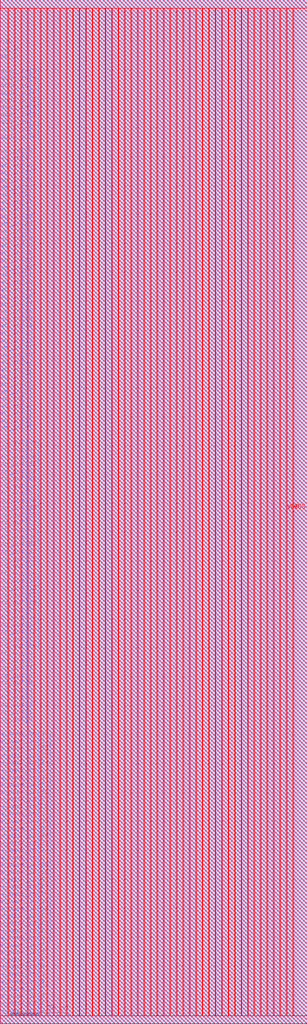
<source format=lef>
VERSION 5.7 ;
BUSBITCHARS "[]" ;
MACRO fakeram45_1024x39
  FOREIGN fakeram45_1024x39 0 0 ;
  SYMMETRY X Y R90 ;
  SIZE 106.210 BY 354.200 ;
  CLASS BLOCK ;
  PIN w_mask_in[0]
    DIRECTION INPUT ;
    USE SIGNAL ;
    SHAPE ABUTMENT ;
    PORT
      LAYER metal3 ;
      RECT 0.000 2.765 0.070 2.835 ;
    END
  END w_mask_in[0]
  PIN w_mask_in[1]
    DIRECTION INPUT ;
    USE SIGNAL ;
    SHAPE ABUTMENT ;
    PORT
      LAYER metal3 ;
      RECT 0.000 5.285 0.070 5.355 ;
    END
  END w_mask_in[1]
  PIN w_mask_in[2]
    DIRECTION INPUT ;
    USE SIGNAL ;
    SHAPE ABUTMENT ;
    PORT
      LAYER metal3 ;
      RECT 0.000 7.805 0.070 7.875 ;
    END
  END w_mask_in[2]
  PIN w_mask_in[3]
    DIRECTION INPUT ;
    USE SIGNAL ;
    SHAPE ABUTMENT ;
    PORT
      LAYER metal3 ;
      RECT 0.000 10.325 0.070 10.395 ;
    END
  END w_mask_in[3]
  PIN w_mask_in[4]
    DIRECTION INPUT ;
    USE SIGNAL ;
    SHAPE ABUTMENT ;
    PORT
      LAYER metal3 ;
      RECT 0.000 12.845 0.070 12.915 ;
    END
  END w_mask_in[4]
  PIN w_mask_in[5]
    DIRECTION INPUT ;
    USE SIGNAL ;
    SHAPE ABUTMENT ;
    PORT
      LAYER metal3 ;
      RECT 0.000 15.365 0.070 15.435 ;
    END
  END w_mask_in[5]
  PIN w_mask_in[6]
    DIRECTION INPUT ;
    USE SIGNAL ;
    SHAPE ABUTMENT ;
    PORT
      LAYER metal3 ;
      RECT 0.000 17.885 0.070 17.955 ;
    END
  END w_mask_in[6]
  PIN w_mask_in[7]
    DIRECTION INPUT ;
    USE SIGNAL ;
    SHAPE ABUTMENT ;
    PORT
      LAYER metal3 ;
      RECT 0.000 20.405 0.070 20.475 ;
    END
  END w_mask_in[7]
  PIN w_mask_in[8]
    DIRECTION INPUT ;
    USE SIGNAL ;
    SHAPE ABUTMENT ;
    PORT
      LAYER metal3 ;
      RECT 0.000 22.925 0.070 22.995 ;
    END
  END w_mask_in[8]
  PIN w_mask_in[9]
    DIRECTION INPUT ;
    USE SIGNAL ;
    SHAPE ABUTMENT ;
    PORT
      LAYER metal3 ;
      RECT 0.000 25.445 0.070 25.515 ;
    END
  END w_mask_in[9]
  PIN w_mask_in[10]
    DIRECTION INPUT ;
    USE SIGNAL ;
    SHAPE ABUTMENT ;
    PORT
      LAYER metal3 ;
      RECT 0.000 27.965 0.070 28.035 ;
    END
  END w_mask_in[10]
  PIN w_mask_in[11]
    DIRECTION INPUT ;
    USE SIGNAL ;
    SHAPE ABUTMENT ;
    PORT
      LAYER metal3 ;
      RECT 0.000 30.485 0.070 30.555 ;
    END
  END w_mask_in[11]
  PIN w_mask_in[12]
    DIRECTION INPUT ;
    USE SIGNAL ;
    SHAPE ABUTMENT ;
    PORT
      LAYER metal3 ;
      RECT 0.000 33.005 0.070 33.075 ;
    END
  END w_mask_in[12]
  PIN w_mask_in[13]
    DIRECTION INPUT ;
    USE SIGNAL ;
    SHAPE ABUTMENT ;
    PORT
      LAYER metal3 ;
      RECT 0.000 35.525 0.070 35.595 ;
    END
  END w_mask_in[13]
  PIN w_mask_in[14]
    DIRECTION INPUT ;
    USE SIGNAL ;
    SHAPE ABUTMENT ;
    PORT
      LAYER metal3 ;
      RECT 0.000 38.045 0.070 38.115 ;
    END
  END w_mask_in[14]
  PIN w_mask_in[15]
    DIRECTION INPUT ;
    USE SIGNAL ;
    SHAPE ABUTMENT ;
    PORT
      LAYER metal3 ;
      RECT 0.000 40.565 0.070 40.635 ;
    END
  END w_mask_in[15]
  PIN w_mask_in[16]
    DIRECTION INPUT ;
    USE SIGNAL ;
    SHAPE ABUTMENT ;
    PORT
      LAYER metal3 ;
      RECT 0.000 43.085 0.070 43.155 ;
    END
  END w_mask_in[16]
  PIN w_mask_in[17]
    DIRECTION INPUT ;
    USE SIGNAL ;
    SHAPE ABUTMENT ;
    PORT
      LAYER metal3 ;
      RECT 0.000 45.605 0.070 45.675 ;
    END
  END w_mask_in[17]
  PIN w_mask_in[18]
    DIRECTION INPUT ;
    USE SIGNAL ;
    SHAPE ABUTMENT ;
    PORT
      LAYER metal3 ;
      RECT 0.000 48.125 0.070 48.195 ;
    END
  END w_mask_in[18]
  PIN w_mask_in[19]
    DIRECTION INPUT ;
    USE SIGNAL ;
    SHAPE ABUTMENT ;
    PORT
      LAYER metal3 ;
      RECT 0.000 50.645 0.070 50.715 ;
    END
  END w_mask_in[19]
  PIN w_mask_in[20]
    DIRECTION INPUT ;
    USE SIGNAL ;
    SHAPE ABUTMENT ;
    PORT
      LAYER metal3 ;
      RECT 0.000 53.165 0.070 53.235 ;
    END
  END w_mask_in[20]
  PIN w_mask_in[21]
    DIRECTION INPUT ;
    USE SIGNAL ;
    SHAPE ABUTMENT ;
    PORT
      LAYER metal3 ;
      RECT 0.000 55.685 0.070 55.755 ;
    END
  END w_mask_in[21]
  PIN w_mask_in[22]
    DIRECTION INPUT ;
    USE SIGNAL ;
    SHAPE ABUTMENT ;
    PORT
      LAYER metal3 ;
      RECT 0.000 58.205 0.070 58.275 ;
    END
  END w_mask_in[22]
  PIN w_mask_in[23]
    DIRECTION INPUT ;
    USE SIGNAL ;
    SHAPE ABUTMENT ;
    PORT
      LAYER metal3 ;
      RECT 0.000 60.725 0.070 60.795 ;
    END
  END w_mask_in[23]
  PIN w_mask_in[24]
    DIRECTION INPUT ;
    USE SIGNAL ;
    SHAPE ABUTMENT ;
    PORT
      LAYER metal3 ;
      RECT 0.000 63.245 0.070 63.315 ;
    END
  END w_mask_in[24]
  PIN w_mask_in[25]
    DIRECTION INPUT ;
    USE SIGNAL ;
    SHAPE ABUTMENT ;
    PORT
      LAYER metal3 ;
      RECT 0.000 65.765 0.070 65.835 ;
    END
  END w_mask_in[25]
  PIN w_mask_in[26]
    DIRECTION INPUT ;
    USE SIGNAL ;
    SHAPE ABUTMENT ;
    PORT
      LAYER metal3 ;
      RECT 0.000 68.285 0.070 68.355 ;
    END
  END w_mask_in[26]
  PIN w_mask_in[27]
    DIRECTION INPUT ;
    USE SIGNAL ;
    SHAPE ABUTMENT ;
    PORT
      LAYER metal3 ;
      RECT 0.000 70.805 0.070 70.875 ;
    END
  END w_mask_in[27]
  PIN w_mask_in[28]
    DIRECTION INPUT ;
    USE SIGNAL ;
    SHAPE ABUTMENT ;
    PORT
      LAYER metal3 ;
      RECT 0.000 73.325 0.070 73.395 ;
    END
  END w_mask_in[28]
  PIN w_mask_in[29]
    DIRECTION INPUT ;
    USE SIGNAL ;
    SHAPE ABUTMENT ;
    PORT
      LAYER metal3 ;
      RECT 0.000 75.845 0.070 75.915 ;
    END
  END w_mask_in[29]
  PIN w_mask_in[30]
    DIRECTION INPUT ;
    USE SIGNAL ;
    SHAPE ABUTMENT ;
    PORT
      LAYER metal3 ;
      RECT 0.000 78.365 0.070 78.435 ;
    END
  END w_mask_in[30]
  PIN w_mask_in[31]
    DIRECTION INPUT ;
    USE SIGNAL ;
    SHAPE ABUTMENT ;
    PORT
      LAYER metal3 ;
      RECT 0.000 80.885 0.070 80.955 ;
    END
  END w_mask_in[31]
  PIN w_mask_in[32]
    DIRECTION INPUT ;
    USE SIGNAL ;
    SHAPE ABUTMENT ;
    PORT
      LAYER metal3 ;
      RECT 0.000 83.405 0.070 83.475 ;
    END
  END w_mask_in[32]
  PIN w_mask_in[33]
    DIRECTION INPUT ;
    USE SIGNAL ;
    SHAPE ABUTMENT ;
    PORT
      LAYER metal3 ;
      RECT 0.000 85.925 0.070 85.995 ;
    END
  END w_mask_in[33]
  PIN w_mask_in[34]
    DIRECTION INPUT ;
    USE SIGNAL ;
    SHAPE ABUTMENT ;
    PORT
      LAYER metal3 ;
      RECT 0.000 88.445 0.070 88.515 ;
    END
  END w_mask_in[34]
  PIN w_mask_in[35]
    DIRECTION INPUT ;
    USE SIGNAL ;
    SHAPE ABUTMENT ;
    PORT
      LAYER metal3 ;
      RECT 0.000 90.965 0.070 91.035 ;
    END
  END w_mask_in[35]
  PIN w_mask_in[36]
    DIRECTION INPUT ;
    USE SIGNAL ;
    SHAPE ABUTMENT ;
    PORT
      LAYER metal3 ;
      RECT 0.000 93.485 0.070 93.555 ;
    END
  END w_mask_in[36]
  PIN w_mask_in[37]
    DIRECTION INPUT ;
    USE SIGNAL ;
    SHAPE ABUTMENT ;
    PORT
      LAYER metal3 ;
      RECT 0.000 96.005 0.070 96.075 ;
    END
  END w_mask_in[37]
  PIN w_mask_in[38]
    DIRECTION INPUT ;
    USE SIGNAL ;
    SHAPE ABUTMENT ;
    PORT
      LAYER metal3 ;
      RECT 0.000 98.525 0.070 98.595 ;
    END
  END w_mask_in[38]
  PIN rd_out[0]
    DIRECTION OUTPUT ;
    USE SIGNAL ;
    SHAPE ABUTMENT ;
    PORT
      LAYER metal3 ;
      RECT 0.000 103.565 0.070 103.635 ;
    END
  END rd_out[0]
  PIN rd_out[1]
    DIRECTION OUTPUT ;
    USE SIGNAL ;
    SHAPE ABUTMENT ;
    PORT
      LAYER metal3 ;
      RECT 0.000 106.085 0.070 106.155 ;
    END
  END rd_out[1]
  PIN rd_out[2]
    DIRECTION OUTPUT ;
    USE SIGNAL ;
    SHAPE ABUTMENT ;
    PORT
      LAYER metal3 ;
      RECT 0.000 108.605 0.070 108.675 ;
    END
  END rd_out[2]
  PIN rd_out[3]
    DIRECTION OUTPUT ;
    USE SIGNAL ;
    SHAPE ABUTMENT ;
    PORT
      LAYER metal3 ;
      RECT 0.000 111.125 0.070 111.195 ;
    END
  END rd_out[3]
  PIN rd_out[4]
    DIRECTION OUTPUT ;
    USE SIGNAL ;
    SHAPE ABUTMENT ;
    PORT
      LAYER metal3 ;
      RECT 0.000 113.645 0.070 113.715 ;
    END
  END rd_out[4]
  PIN rd_out[5]
    DIRECTION OUTPUT ;
    USE SIGNAL ;
    SHAPE ABUTMENT ;
    PORT
      LAYER metal3 ;
      RECT 0.000 116.165 0.070 116.235 ;
    END
  END rd_out[5]
  PIN rd_out[6]
    DIRECTION OUTPUT ;
    USE SIGNAL ;
    SHAPE ABUTMENT ;
    PORT
      LAYER metal3 ;
      RECT 0.000 118.685 0.070 118.755 ;
    END
  END rd_out[6]
  PIN rd_out[7]
    DIRECTION OUTPUT ;
    USE SIGNAL ;
    SHAPE ABUTMENT ;
    PORT
      LAYER metal3 ;
      RECT 0.000 121.205 0.070 121.275 ;
    END
  END rd_out[7]
  PIN rd_out[8]
    DIRECTION OUTPUT ;
    USE SIGNAL ;
    SHAPE ABUTMENT ;
    PORT
      LAYER metal3 ;
      RECT 0.000 123.725 0.070 123.795 ;
    END
  END rd_out[8]
  PIN rd_out[9]
    DIRECTION OUTPUT ;
    USE SIGNAL ;
    SHAPE ABUTMENT ;
    PORT
      LAYER metal3 ;
      RECT 0.000 126.245 0.070 126.315 ;
    END
  END rd_out[9]
  PIN rd_out[10]
    DIRECTION OUTPUT ;
    USE SIGNAL ;
    SHAPE ABUTMENT ;
    PORT
      LAYER metal3 ;
      RECT 0.000 128.765 0.070 128.835 ;
    END
  END rd_out[10]
  PIN rd_out[11]
    DIRECTION OUTPUT ;
    USE SIGNAL ;
    SHAPE ABUTMENT ;
    PORT
      LAYER metal3 ;
      RECT 0.000 131.285 0.070 131.355 ;
    END
  END rd_out[11]
  PIN rd_out[12]
    DIRECTION OUTPUT ;
    USE SIGNAL ;
    SHAPE ABUTMENT ;
    PORT
      LAYER metal3 ;
      RECT 0.000 133.805 0.070 133.875 ;
    END
  END rd_out[12]
  PIN rd_out[13]
    DIRECTION OUTPUT ;
    USE SIGNAL ;
    SHAPE ABUTMENT ;
    PORT
      LAYER metal3 ;
      RECT 0.000 136.325 0.070 136.395 ;
    END
  END rd_out[13]
  PIN rd_out[14]
    DIRECTION OUTPUT ;
    USE SIGNAL ;
    SHAPE ABUTMENT ;
    PORT
      LAYER metal3 ;
      RECT 0.000 138.845 0.070 138.915 ;
    END
  END rd_out[14]
  PIN rd_out[15]
    DIRECTION OUTPUT ;
    USE SIGNAL ;
    SHAPE ABUTMENT ;
    PORT
      LAYER metal3 ;
      RECT 0.000 141.365 0.070 141.435 ;
    END
  END rd_out[15]
  PIN rd_out[16]
    DIRECTION OUTPUT ;
    USE SIGNAL ;
    SHAPE ABUTMENT ;
    PORT
      LAYER metal3 ;
      RECT 0.000 143.885 0.070 143.955 ;
    END
  END rd_out[16]
  PIN rd_out[17]
    DIRECTION OUTPUT ;
    USE SIGNAL ;
    SHAPE ABUTMENT ;
    PORT
      LAYER metal3 ;
      RECT 0.000 146.405 0.070 146.475 ;
    END
  END rd_out[17]
  PIN rd_out[18]
    DIRECTION OUTPUT ;
    USE SIGNAL ;
    SHAPE ABUTMENT ;
    PORT
      LAYER metal3 ;
      RECT 0.000 148.925 0.070 148.995 ;
    END
  END rd_out[18]
  PIN rd_out[19]
    DIRECTION OUTPUT ;
    USE SIGNAL ;
    SHAPE ABUTMENT ;
    PORT
      LAYER metal3 ;
      RECT 0.000 151.445 0.070 151.515 ;
    END
  END rd_out[19]
  PIN rd_out[20]
    DIRECTION OUTPUT ;
    USE SIGNAL ;
    SHAPE ABUTMENT ;
    PORT
      LAYER metal3 ;
      RECT 0.000 153.965 0.070 154.035 ;
    END
  END rd_out[20]
  PIN rd_out[21]
    DIRECTION OUTPUT ;
    USE SIGNAL ;
    SHAPE ABUTMENT ;
    PORT
      LAYER metal3 ;
      RECT 0.000 156.485 0.070 156.555 ;
    END
  END rd_out[21]
  PIN rd_out[22]
    DIRECTION OUTPUT ;
    USE SIGNAL ;
    SHAPE ABUTMENT ;
    PORT
      LAYER metal3 ;
      RECT 0.000 159.005 0.070 159.075 ;
    END
  END rd_out[22]
  PIN rd_out[23]
    DIRECTION OUTPUT ;
    USE SIGNAL ;
    SHAPE ABUTMENT ;
    PORT
      LAYER metal3 ;
      RECT 0.000 161.525 0.070 161.595 ;
    END
  END rd_out[23]
  PIN rd_out[24]
    DIRECTION OUTPUT ;
    USE SIGNAL ;
    SHAPE ABUTMENT ;
    PORT
      LAYER metal3 ;
      RECT 0.000 164.045 0.070 164.115 ;
    END
  END rd_out[24]
  PIN rd_out[25]
    DIRECTION OUTPUT ;
    USE SIGNAL ;
    SHAPE ABUTMENT ;
    PORT
      LAYER metal3 ;
      RECT 0.000 166.565 0.070 166.635 ;
    END
  END rd_out[25]
  PIN rd_out[26]
    DIRECTION OUTPUT ;
    USE SIGNAL ;
    SHAPE ABUTMENT ;
    PORT
      LAYER metal3 ;
      RECT 0.000 169.085 0.070 169.155 ;
    END
  END rd_out[26]
  PIN rd_out[27]
    DIRECTION OUTPUT ;
    USE SIGNAL ;
    SHAPE ABUTMENT ;
    PORT
      LAYER metal3 ;
      RECT 0.000 171.605 0.070 171.675 ;
    END
  END rd_out[27]
  PIN rd_out[28]
    DIRECTION OUTPUT ;
    USE SIGNAL ;
    SHAPE ABUTMENT ;
    PORT
      LAYER metal3 ;
      RECT 0.000 174.125 0.070 174.195 ;
    END
  END rd_out[28]
  PIN rd_out[29]
    DIRECTION OUTPUT ;
    USE SIGNAL ;
    SHAPE ABUTMENT ;
    PORT
      LAYER metal3 ;
      RECT 0.000 176.645 0.070 176.715 ;
    END
  END rd_out[29]
  PIN rd_out[30]
    DIRECTION OUTPUT ;
    USE SIGNAL ;
    SHAPE ABUTMENT ;
    PORT
      LAYER metal3 ;
      RECT 0.000 179.165 0.070 179.235 ;
    END
  END rd_out[30]
  PIN rd_out[31]
    DIRECTION OUTPUT ;
    USE SIGNAL ;
    SHAPE ABUTMENT ;
    PORT
      LAYER metal3 ;
      RECT 0.000 181.685 0.070 181.755 ;
    END
  END rd_out[31]
  PIN rd_out[32]
    DIRECTION OUTPUT ;
    USE SIGNAL ;
    SHAPE ABUTMENT ;
    PORT
      LAYER metal3 ;
      RECT 0.000 184.205 0.070 184.275 ;
    END
  END rd_out[32]
  PIN rd_out[33]
    DIRECTION OUTPUT ;
    USE SIGNAL ;
    SHAPE ABUTMENT ;
    PORT
      LAYER metal3 ;
      RECT 0.000 186.725 0.070 186.795 ;
    END
  END rd_out[33]
  PIN rd_out[34]
    DIRECTION OUTPUT ;
    USE SIGNAL ;
    SHAPE ABUTMENT ;
    PORT
      LAYER metal3 ;
      RECT 0.000 189.245 0.070 189.315 ;
    END
  END rd_out[34]
  PIN rd_out[35]
    DIRECTION OUTPUT ;
    USE SIGNAL ;
    SHAPE ABUTMENT ;
    PORT
      LAYER metal3 ;
      RECT 0.000 191.765 0.070 191.835 ;
    END
  END rd_out[35]
  PIN rd_out[36]
    DIRECTION OUTPUT ;
    USE SIGNAL ;
    SHAPE ABUTMENT ;
    PORT
      LAYER metal3 ;
      RECT 0.000 194.285 0.070 194.355 ;
    END
  END rd_out[36]
  PIN rd_out[37]
    DIRECTION OUTPUT ;
    USE SIGNAL ;
    SHAPE ABUTMENT ;
    PORT
      LAYER metal3 ;
      RECT 0.000 196.805 0.070 196.875 ;
    END
  END rd_out[37]
  PIN rd_out[38]
    DIRECTION OUTPUT ;
    USE SIGNAL ;
    SHAPE ABUTMENT ;
    PORT
      LAYER metal3 ;
      RECT 0.000 199.325 0.070 199.395 ;
    END
  END rd_out[38]
  PIN wd_in[0]
    DIRECTION INPUT ;
    USE SIGNAL ;
    SHAPE ABUTMENT ;
    PORT
      LAYER metal3 ;
      RECT 0.000 204.365 0.070 204.435 ;
    END
  END wd_in[0]
  PIN wd_in[1]
    DIRECTION INPUT ;
    USE SIGNAL ;
    SHAPE ABUTMENT ;
    PORT
      LAYER metal3 ;
      RECT 0.000 206.885 0.070 206.955 ;
    END
  END wd_in[1]
  PIN wd_in[2]
    DIRECTION INPUT ;
    USE SIGNAL ;
    SHAPE ABUTMENT ;
    PORT
      LAYER metal3 ;
      RECT 0.000 209.405 0.070 209.475 ;
    END
  END wd_in[2]
  PIN wd_in[3]
    DIRECTION INPUT ;
    USE SIGNAL ;
    SHAPE ABUTMENT ;
    PORT
      LAYER metal3 ;
      RECT 0.000 211.925 0.070 211.995 ;
    END
  END wd_in[3]
  PIN wd_in[4]
    DIRECTION INPUT ;
    USE SIGNAL ;
    SHAPE ABUTMENT ;
    PORT
      LAYER metal3 ;
      RECT 0.000 214.445 0.070 214.515 ;
    END
  END wd_in[4]
  PIN wd_in[5]
    DIRECTION INPUT ;
    USE SIGNAL ;
    SHAPE ABUTMENT ;
    PORT
      LAYER metal3 ;
      RECT 0.000 216.965 0.070 217.035 ;
    END
  END wd_in[5]
  PIN wd_in[6]
    DIRECTION INPUT ;
    USE SIGNAL ;
    SHAPE ABUTMENT ;
    PORT
      LAYER metal3 ;
      RECT 0.000 219.485 0.070 219.555 ;
    END
  END wd_in[6]
  PIN wd_in[7]
    DIRECTION INPUT ;
    USE SIGNAL ;
    SHAPE ABUTMENT ;
    PORT
      LAYER metal3 ;
      RECT 0.000 222.005 0.070 222.075 ;
    END
  END wd_in[7]
  PIN wd_in[8]
    DIRECTION INPUT ;
    USE SIGNAL ;
    SHAPE ABUTMENT ;
    PORT
      LAYER metal3 ;
      RECT 0.000 224.525 0.070 224.595 ;
    END
  END wd_in[8]
  PIN wd_in[9]
    DIRECTION INPUT ;
    USE SIGNAL ;
    SHAPE ABUTMENT ;
    PORT
      LAYER metal3 ;
      RECT 0.000 227.045 0.070 227.115 ;
    END
  END wd_in[9]
  PIN wd_in[10]
    DIRECTION INPUT ;
    USE SIGNAL ;
    SHAPE ABUTMENT ;
    PORT
      LAYER metal3 ;
      RECT 0.000 229.565 0.070 229.635 ;
    END
  END wd_in[10]
  PIN wd_in[11]
    DIRECTION INPUT ;
    USE SIGNAL ;
    SHAPE ABUTMENT ;
    PORT
      LAYER metal3 ;
      RECT 0.000 232.085 0.070 232.155 ;
    END
  END wd_in[11]
  PIN wd_in[12]
    DIRECTION INPUT ;
    USE SIGNAL ;
    SHAPE ABUTMENT ;
    PORT
      LAYER metal3 ;
      RECT 0.000 234.605 0.070 234.675 ;
    END
  END wd_in[12]
  PIN wd_in[13]
    DIRECTION INPUT ;
    USE SIGNAL ;
    SHAPE ABUTMENT ;
    PORT
      LAYER metal3 ;
      RECT 0.000 237.125 0.070 237.195 ;
    END
  END wd_in[13]
  PIN wd_in[14]
    DIRECTION INPUT ;
    USE SIGNAL ;
    SHAPE ABUTMENT ;
    PORT
      LAYER metal3 ;
      RECT 0.000 239.645 0.070 239.715 ;
    END
  END wd_in[14]
  PIN wd_in[15]
    DIRECTION INPUT ;
    USE SIGNAL ;
    SHAPE ABUTMENT ;
    PORT
      LAYER metal3 ;
      RECT 0.000 242.165 0.070 242.235 ;
    END
  END wd_in[15]
  PIN wd_in[16]
    DIRECTION INPUT ;
    USE SIGNAL ;
    SHAPE ABUTMENT ;
    PORT
      LAYER metal3 ;
      RECT 0.000 244.685 0.070 244.755 ;
    END
  END wd_in[16]
  PIN wd_in[17]
    DIRECTION INPUT ;
    USE SIGNAL ;
    SHAPE ABUTMENT ;
    PORT
      LAYER metal3 ;
      RECT 0.000 247.205 0.070 247.275 ;
    END
  END wd_in[17]
  PIN wd_in[18]
    DIRECTION INPUT ;
    USE SIGNAL ;
    SHAPE ABUTMENT ;
    PORT
      LAYER metal3 ;
      RECT 0.000 249.725 0.070 249.795 ;
    END
  END wd_in[18]
  PIN wd_in[19]
    DIRECTION INPUT ;
    USE SIGNAL ;
    SHAPE ABUTMENT ;
    PORT
      LAYER metal3 ;
      RECT 0.000 252.245 0.070 252.315 ;
    END
  END wd_in[19]
  PIN wd_in[20]
    DIRECTION INPUT ;
    USE SIGNAL ;
    SHAPE ABUTMENT ;
    PORT
      LAYER metal3 ;
      RECT 0.000 254.765 0.070 254.835 ;
    END
  END wd_in[20]
  PIN wd_in[21]
    DIRECTION INPUT ;
    USE SIGNAL ;
    SHAPE ABUTMENT ;
    PORT
      LAYER metal3 ;
      RECT 0.000 257.285 0.070 257.355 ;
    END
  END wd_in[21]
  PIN wd_in[22]
    DIRECTION INPUT ;
    USE SIGNAL ;
    SHAPE ABUTMENT ;
    PORT
      LAYER metal3 ;
      RECT 0.000 259.805 0.070 259.875 ;
    END
  END wd_in[22]
  PIN wd_in[23]
    DIRECTION INPUT ;
    USE SIGNAL ;
    SHAPE ABUTMENT ;
    PORT
      LAYER metal3 ;
      RECT 0.000 262.325 0.070 262.395 ;
    END
  END wd_in[23]
  PIN wd_in[24]
    DIRECTION INPUT ;
    USE SIGNAL ;
    SHAPE ABUTMENT ;
    PORT
      LAYER metal3 ;
      RECT 0.000 264.845 0.070 264.915 ;
    END
  END wd_in[24]
  PIN wd_in[25]
    DIRECTION INPUT ;
    USE SIGNAL ;
    SHAPE ABUTMENT ;
    PORT
      LAYER metal3 ;
      RECT 0.000 267.365 0.070 267.435 ;
    END
  END wd_in[25]
  PIN wd_in[26]
    DIRECTION INPUT ;
    USE SIGNAL ;
    SHAPE ABUTMENT ;
    PORT
      LAYER metal3 ;
      RECT 0.000 269.885 0.070 269.955 ;
    END
  END wd_in[26]
  PIN wd_in[27]
    DIRECTION INPUT ;
    USE SIGNAL ;
    SHAPE ABUTMENT ;
    PORT
      LAYER metal3 ;
      RECT 0.000 272.405 0.070 272.475 ;
    END
  END wd_in[27]
  PIN wd_in[28]
    DIRECTION INPUT ;
    USE SIGNAL ;
    SHAPE ABUTMENT ;
    PORT
      LAYER metal3 ;
      RECT 0.000 274.925 0.070 274.995 ;
    END
  END wd_in[28]
  PIN wd_in[29]
    DIRECTION INPUT ;
    USE SIGNAL ;
    SHAPE ABUTMENT ;
    PORT
      LAYER metal3 ;
      RECT 0.000 277.445 0.070 277.515 ;
    END
  END wd_in[29]
  PIN wd_in[30]
    DIRECTION INPUT ;
    USE SIGNAL ;
    SHAPE ABUTMENT ;
    PORT
      LAYER metal3 ;
      RECT 0.000 279.965 0.070 280.035 ;
    END
  END wd_in[30]
  PIN wd_in[31]
    DIRECTION INPUT ;
    USE SIGNAL ;
    SHAPE ABUTMENT ;
    PORT
      LAYER metal3 ;
      RECT 0.000 282.485 0.070 282.555 ;
    END
  END wd_in[31]
  PIN wd_in[32]
    DIRECTION INPUT ;
    USE SIGNAL ;
    SHAPE ABUTMENT ;
    PORT
      LAYER metal3 ;
      RECT 0.000 285.005 0.070 285.075 ;
    END
  END wd_in[32]
  PIN wd_in[33]
    DIRECTION INPUT ;
    USE SIGNAL ;
    SHAPE ABUTMENT ;
    PORT
      LAYER metal3 ;
      RECT 0.000 287.525 0.070 287.595 ;
    END
  END wd_in[33]
  PIN wd_in[34]
    DIRECTION INPUT ;
    USE SIGNAL ;
    SHAPE ABUTMENT ;
    PORT
      LAYER metal3 ;
      RECT 0.000 290.045 0.070 290.115 ;
    END
  END wd_in[34]
  PIN wd_in[35]
    DIRECTION INPUT ;
    USE SIGNAL ;
    SHAPE ABUTMENT ;
    PORT
      LAYER metal3 ;
      RECT 0.000 292.565 0.070 292.635 ;
    END
  END wd_in[35]
  PIN wd_in[36]
    DIRECTION INPUT ;
    USE SIGNAL ;
    SHAPE ABUTMENT ;
    PORT
      LAYER metal3 ;
      RECT 0.000 295.085 0.070 295.155 ;
    END
  END wd_in[36]
  PIN wd_in[37]
    DIRECTION INPUT ;
    USE SIGNAL ;
    SHAPE ABUTMENT ;
    PORT
      LAYER metal3 ;
      RECT 0.000 297.605 0.070 297.675 ;
    END
  END wd_in[37]
  PIN wd_in[38]
    DIRECTION INPUT ;
    USE SIGNAL ;
    SHAPE ABUTMENT ;
    PORT
      LAYER metal3 ;
      RECT 0.000 300.125 0.070 300.195 ;
    END
  END wd_in[38]
  PIN addr_in[0]
    DIRECTION INPUT ;
    USE SIGNAL ;
    SHAPE ABUTMENT ;
    PORT
      LAYER metal3 ;
      RECT 0.000 305.165 0.070 305.235 ;
    END
  END addr_in[0]
  PIN addr_in[1]
    DIRECTION INPUT ;
    USE SIGNAL ;
    SHAPE ABUTMENT ;
    PORT
      LAYER metal3 ;
      RECT 0.000 307.685 0.070 307.755 ;
    END
  END addr_in[1]
  PIN addr_in[2]
    DIRECTION INPUT ;
    USE SIGNAL ;
    SHAPE ABUTMENT ;
    PORT
      LAYER metal3 ;
      RECT 0.000 310.205 0.070 310.275 ;
    END
  END addr_in[2]
  PIN addr_in[3]
    DIRECTION INPUT ;
    USE SIGNAL ;
    SHAPE ABUTMENT ;
    PORT
      LAYER metal3 ;
      RECT 0.000 312.725 0.070 312.795 ;
    END
  END addr_in[3]
  PIN addr_in[4]
    DIRECTION INPUT ;
    USE SIGNAL ;
    SHAPE ABUTMENT ;
    PORT
      LAYER metal3 ;
      RECT 0.000 315.245 0.070 315.315 ;
    END
  END addr_in[4]
  PIN addr_in[5]
    DIRECTION INPUT ;
    USE SIGNAL ;
    SHAPE ABUTMENT ;
    PORT
      LAYER metal3 ;
      RECT 0.000 317.765 0.070 317.835 ;
    END
  END addr_in[5]
  PIN addr_in[6]
    DIRECTION INPUT ;
    USE SIGNAL ;
    SHAPE ABUTMENT ;
    PORT
      LAYER metal3 ;
      RECT 0.000 320.285 0.070 320.355 ;
    END
  END addr_in[6]
  PIN addr_in[7]
    DIRECTION INPUT ;
    USE SIGNAL ;
    SHAPE ABUTMENT ;
    PORT
      LAYER metal3 ;
      RECT 0.000 322.805 0.070 322.875 ;
    END
  END addr_in[7]
  PIN addr_in[8]
    DIRECTION INPUT ;
    USE SIGNAL ;
    SHAPE ABUTMENT ;
    PORT
      LAYER metal3 ;
      RECT 0.000 325.325 0.070 325.395 ;
    END
  END addr_in[8]
  PIN addr_in[9]
    DIRECTION INPUT ;
    USE SIGNAL ;
    SHAPE ABUTMENT ;
    PORT
      LAYER metal3 ;
      RECT 0.000 327.845 0.070 327.915 ;
    END
  END addr_in[9]
  PIN we_in
    DIRECTION INPUT ;
    USE SIGNAL ;
    SHAPE ABUTMENT ;
    PORT
      LAYER metal3 ;
      RECT 0.000 332.885 0.070 332.955 ;
    END
  END we_in
  PIN ce_in
    DIRECTION INPUT ;
    USE SIGNAL ;
    SHAPE ABUTMENT ;
    PORT
      LAYER metal3 ;
      RECT 0.000 335.405 0.070 335.475 ;
    END
  END ce_in
  PIN clk
    DIRECTION INPUT ;
    USE SIGNAL ;
    SHAPE ABUTMENT ;
    PORT
      LAYER metal3 ;
      RECT 0.000 337.925 0.070 337.995 ;
    END
  END clk
  PIN VSS
    DIRECTION INOUT ;
    USE GROUND ;
    PORT
      LAYER metal4 ;
      RECT 2.660 2.800 2.940 351.400 ;
      RECT 7.140 2.800 7.420 351.400 ;
      RECT 11.620 2.800 11.900 351.400 ;
      RECT 16.100 2.800 16.380 351.400 ;
      RECT 20.580 2.800 20.860 351.400 ;
      RECT 25.060 2.800 25.340 351.400 ;
      RECT 29.540 2.800 29.820 351.400 ;
      RECT 34.020 2.800 34.300 351.400 ;
      RECT 38.500 2.800 38.780 351.400 ;
      RECT 42.980 2.800 43.260 351.400 ;
      RECT 47.460 2.800 47.740 351.400 ;
      RECT 51.940 2.800 52.220 351.400 ;
      RECT 56.420 2.800 56.700 351.400 ;
      RECT 60.900 2.800 61.180 351.400 ;
      RECT 65.380 2.800 65.660 351.400 ;
      RECT 69.860 2.800 70.140 351.400 ;
      RECT 74.340 2.800 74.620 351.400 ;
      RECT 78.820 2.800 79.100 351.400 ;
      RECT 83.300 2.800 83.580 351.400 ;
      RECT 87.780 2.800 88.060 351.400 ;
      RECT 92.260 2.800 92.540 351.400 ;
      RECT 96.740 2.800 97.020 351.400 ;
      RECT 101.220 2.800 101.500 351.400 ;
    END
  END VSS
  PIN VDD
    DIRECTION INOUT ;
    USE POWER ;
    PORT
      LAYER metal4 ;
      RECT 4.900 2.800 5.180 351.400 ;
      RECT 9.380 2.800 9.660 351.400 ;
      RECT 13.860 2.800 14.140 351.400 ;
      RECT 18.340 2.800 18.620 351.400 ;
      RECT 22.820 2.800 23.100 351.400 ;
      RECT 27.300 2.800 27.580 351.400 ;
      RECT 31.780 2.800 32.060 351.400 ;
      RECT 36.260 2.800 36.540 351.400 ;
      RECT 40.740 2.800 41.020 351.400 ;
      RECT 45.220 2.800 45.500 351.400 ;
      RECT 49.700 2.800 49.980 351.400 ;
      RECT 54.180 2.800 54.460 351.400 ;
      RECT 58.660 2.800 58.940 351.400 ;
      RECT 63.140 2.800 63.420 351.400 ;
      RECT 67.620 2.800 67.900 351.400 ;
      RECT 72.100 2.800 72.380 351.400 ;
      RECT 76.580 2.800 76.860 351.400 ;
      RECT 81.060 2.800 81.340 351.400 ;
      RECT 85.540 2.800 85.820 351.400 ;
      RECT 90.020 2.800 90.300 351.400 ;
      RECT 94.500 2.800 94.780 351.400 ;
      RECT 98.980 2.800 99.260 351.400 ;
    END
  END VDD
  OBS
    LAYER metal1 ;
    RECT 0 0 106.210 354.200 ;
    LAYER metal2 ;
    RECT 0 0 106.210 354.200 ;
    LAYER metal3 ;
    RECT 0.070 0 106.210 354.200 ;
    RECT 0 0.000 0.070 2.765 ;
    RECT 0 2.835 0.070 5.285 ;
    RECT 0 5.355 0.070 7.805 ;
    RECT 0 7.875 0.070 10.325 ;
    RECT 0 10.395 0.070 12.845 ;
    RECT 0 12.915 0.070 15.365 ;
    RECT 0 15.435 0.070 17.885 ;
    RECT 0 17.955 0.070 20.405 ;
    RECT 0 20.475 0.070 22.925 ;
    RECT 0 22.995 0.070 25.445 ;
    RECT 0 25.515 0.070 27.965 ;
    RECT 0 28.035 0.070 30.485 ;
    RECT 0 30.555 0.070 33.005 ;
    RECT 0 33.075 0.070 35.525 ;
    RECT 0 35.595 0.070 38.045 ;
    RECT 0 38.115 0.070 40.565 ;
    RECT 0 40.635 0.070 43.085 ;
    RECT 0 43.155 0.070 45.605 ;
    RECT 0 45.675 0.070 48.125 ;
    RECT 0 48.195 0.070 50.645 ;
    RECT 0 50.715 0.070 53.165 ;
    RECT 0 53.235 0.070 55.685 ;
    RECT 0 55.755 0.070 58.205 ;
    RECT 0 58.275 0.070 60.725 ;
    RECT 0 60.795 0.070 63.245 ;
    RECT 0 63.315 0.070 65.765 ;
    RECT 0 65.835 0.070 68.285 ;
    RECT 0 68.355 0.070 70.805 ;
    RECT 0 70.875 0.070 73.325 ;
    RECT 0 73.395 0.070 75.845 ;
    RECT 0 75.915 0.070 78.365 ;
    RECT 0 78.435 0.070 80.885 ;
    RECT 0 80.955 0.070 83.405 ;
    RECT 0 83.475 0.070 85.925 ;
    RECT 0 85.995 0.070 88.445 ;
    RECT 0 88.515 0.070 90.965 ;
    RECT 0 91.035 0.070 93.485 ;
    RECT 0 93.555 0.070 96.005 ;
    RECT 0 96.075 0.070 98.525 ;
    RECT 0 98.595 0.070 103.565 ;
    RECT 0 103.635 0.070 106.085 ;
    RECT 0 106.155 0.070 108.605 ;
    RECT 0 108.675 0.070 111.125 ;
    RECT 0 111.195 0.070 113.645 ;
    RECT 0 113.715 0.070 116.165 ;
    RECT 0 116.235 0.070 118.685 ;
    RECT 0 118.755 0.070 121.205 ;
    RECT 0 121.275 0.070 123.725 ;
    RECT 0 123.795 0.070 126.245 ;
    RECT 0 126.315 0.070 128.765 ;
    RECT 0 128.835 0.070 131.285 ;
    RECT 0 131.355 0.070 133.805 ;
    RECT 0 133.875 0.070 136.325 ;
    RECT 0 136.395 0.070 138.845 ;
    RECT 0 138.915 0.070 141.365 ;
    RECT 0 141.435 0.070 143.885 ;
    RECT 0 143.955 0.070 146.405 ;
    RECT 0 146.475 0.070 148.925 ;
    RECT 0 148.995 0.070 151.445 ;
    RECT 0 151.515 0.070 153.965 ;
    RECT 0 154.035 0.070 156.485 ;
    RECT 0 156.555 0.070 159.005 ;
    RECT 0 159.075 0.070 161.525 ;
    RECT 0 161.595 0.070 164.045 ;
    RECT 0 164.115 0.070 166.565 ;
    RECT 0 166.635 0.070 169.085 ;
    RECT 0 169.155 0.070 171.605 ;
    RECT 0 171.675 0.070 174.125 ;
    RECT 0 174.195 0.070 176.645 ;
    RECT 0 176.715 0.070 179.165 ;
    RECT 0 179.235 0.070 181.685 ;
    RECT 0 181.755 0.070 184.205 ;
    RECT 0 184.275 0.070 186.725 ;
    RECT 0 186.795 0.070 189.245 ;
    RECT 0 189.315 0.070 191.765 ;
    RECT 0 191.835 0.070 194.285 ;
    RECT 0 194.355 0.070 196.805 ;
    RECT 0 196.875 0.070 199.325 ;
    RECT 0 199.395 0.070 204.365 ;
    RECT 0 204.435 0.070 206.885 ;
    RECT 0 206.955 0.070 209.405 ;
    RECT 0 209.475 0.070 211.925 ;
    RECT 0 211.995 0.070 214.445 ;
    RECT 0 214.515 0.070 216.965 ;
    RECT 0 217.035 0.070 219.485 ;
    RECT 0 219.555 0.070 222.005 ;
    RECT 0 222.075 0.070 224.525 ;
    RECT 0 224.595 0.070 227.045 ;
    RECT 0 227.115 0.070 229.565 ;
    RECT 0 229.635 0.070 232.085 ;
    RECT 0 232.155 0.070 234.605 ;
    RECT 0 234.675 0.070 237.125 ;
    RECT 0 237.195 0.070 239.645 ;
    RECT 0 239.715 0.070 242.165 ;
    RECT 0 242.235 0.070 244.685 ;
    RECT 0 244.755 0.070 247.205 ;
    RECT 0 247.275 0.070 249.725 ;
    RECT 0 249.795 0.070 252.245 ;
    RECT 0 252.315 0.070 254.765 ;
    RECT 0 254.835 0.070 257.285 ;
    RECT 0 257.355 0.070 259.805 ;
    RECT 0 259.875 0.070 262.325 ;
    RECT 0 262.395 0.070 264.845 ;
    RECT 0 264.915 0.070 267.365 ;
    RECT 0 267.435 0.070 269.885 ;
    RECT 0 269.955 0.070 272.405 ;
    RECT 0 272.475 0.070 274.925 ;
    RECT 0 274.995 0.070 277.445 ;
    RECT 0 277.515 0.070 279.965 ;
    RECT 0 280.035 0.070 282.485 ;
    RECT 0 282.555 0.070 285.005 ;
    RECT 0 285.075 0.070 287.525 ;
    RECT 0 287.595 0.070 290.045 ;
    RECT 0 290.115 0.070 292.565 ;
    RECT 0 292.635 0.070 295.085 ;
    RECT 0 295.155 0.070 297.605 ;
    RECT 0 297.675 0.070 300.125 ;
    RECT 0 300.195 0.070 305.165 ;
    RECT 0 305.235 0.070 307.685 ;
    RECT 0 307.755 0.070 310.205 ;
    RECT 0 310.275 0.070 312.725 ;
    RECT 0 312.795 0.070 315.245 ;
    RECT 0 315.315 0.070 317.765 ;
    RECT 0 317.835 0.070 320.285 ;
    RECT 0 320.355 0.070 322.805 ;
    RECT 0 322.875 0.070 325.325 ;
    RECT 0 325.395 0.070 327.845 ;
    RECT 0 327.915 0.070 332.885 ;
    RECT 0 332.955 0.070 335.405 ;
    RECT 0 335.475 0.070 337.925 ;
    RECT 0 337.995 0.070 354.200 ;
    LAYER metal4 ;
    RECT 0 0 106.210 2.800 ;
    RECT 0 351.400 106.210 354.200 ;
    RECT 0.000 2.800 2.660 351.400 ;
    RECT 2.940 2.800 4.900 351.400 ;
    RECT 5.180 2.800 7.140 351.400 ;
    RECT 7.420 2.800 9.380 351.400 ;
    RECT 9.660 2.800 11.620 351.400 ;
    RECT 11.900 2.800 13.860 351.400 ;
    RECT 14.140 2.800 16.100 351.400 ;
    RECT 16.380 2.800 18.340 351.400 ;
    RECT 18.620 2.800 20.580 351.400 ;
    RECT 20.860 2.800 22.820 351.400 ;
    RECT 23.100 2.800 25.060 351.400 ;
    RECT 25.340 2.800 27.300 351.400 ;
    RECT 27.580 2.800 29.540 351.400 ;
    RECT 29.820 2.800 31.780 351.400 ;
    RECT 32.060 2.800 34.020 351.400 ;
    RECT 34.300 2.800 36.260 351.400 ;
    RECT 36.540 2.800 38.500 351.400 ;
    RECT 38.780 2.800 40.740 351.400 ;
    RECT 41.020 2.800 42.980 351.400 ;
    RECT 43.260 2.800 45.220 351.400 ;
    RECT 45.500 2.800 47.460 351.400 ;
    RECT 47.740 2.800 49.700 351.400 ;
    RECT 49.980 2.800 51.940 351.400 ;
    RECT 52.220 2.800 54.180 351.400 ;
    RECT 54.460 2.800 56.420 351.400 ;
    RECT 56.700 2.800 58.660 351.400 ;
    RECT 58.940 2.800 60.900 351.400 ;
    RECT 61.180 2.800 63.140 351.400 ;
    RECT 63.420 2.800 65.380 351.400 ;
    RECT 65.660 2.800 67.620 351.400 ;
    RECT 67.900 2.800 69.860 351.400 ;
    RECT 70.140 2.800 72.100 351.400 ;
    RECT 72.380 2.800 74.340 351.400 ;
    RECT 74.620 2.800 76.580 351.400 ;
    RECT 76.860 2.800 78.820 351.400 ;
    RECT 79.100 2.800 81.060 351.400 ;
    RECT 81.340 2.800 83.300 351.400 ;
    RECT 83.580 2.800 85.540 351.400 ;
    RECT 85.820 2.800 87.780 351.400 ;
    RECT 88.060 2.800 90.020 351.400 ;
    RECT 90.300 2.800 92.260 351.400 ;
    RECT 92.540 2.800 94.500 351.400 ;
    RECT 94.780 2.800 96.740 351.400 ;
    RECT 97.020 2.800 98.980 351.400 ;
    RECT 99.260 2.800 101.220 351.400 ;
    RECT 101.500 2.800 106.210 351.400 ;
    LAYER OVERLAP ;
    RECT 0 0 106.210 354.200 ;
  END
END fakeram45_1024x39

END LIBRARY

</source>
